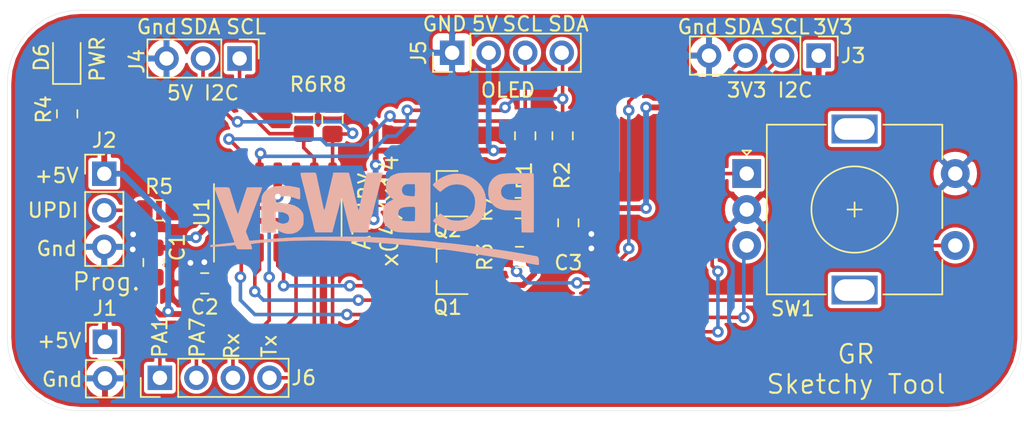
<source format=kicad_pcb>
(kicad_pcb (version 20171130) (host pcbnew "(5.1.2-1)-1")
  (layers (0 F.Cu signal) (31 B.Cu signal) (34 B.Paste user hide) (35 F.Paste user) (36 B.SilkS user hide) (37 F.SilkS user) (38 B.Mask user hide) (39 F.Mask user hide) (44 Edge.Cuts user))
  (net 0 "")
  (net 1 GNDREF)
  (net 2 +5V)
  (net 3 /TX_Out)
  (net 4 "Net-(D6-Pad2)")
  (net 5 /PA7)
  (net 6 /RX_In)
  (net 7 /SDA)
  (net 8 /SCL)
  (net 9 /UPDI)
  (net 10 "Net-(J2-Pad2)")
  (net 11 +3V3)
  (net 12 /SCL_3V3)
  (net 13 /SDA_3V3)
  (net 14 /SCL_OLED)
  (net 15 /SDA_OLED)
  (net 16 /PA1)
  (net 17 /ENC_SW)
  (net 18 /ENC_B)
  (net 19 /ENC_A)
  (module "_Custom_Footprints:pcb way logo" (layer B.Cu) (at 113.538 83.693 180)
    (fp_text reference G*** hide)
    (fp_text value LOGO hide)
  )
  (module Capacitor_SMD:C_0805_2012Metric_Pad1.15x1.40mm_HandSolder (layer F.Cu) (at 101.727 87.503 180)
    (fp_text reference C2 (at 0 -1.65) (layer F.SilkS))
    (fp_text value 100nF)
    (pad 2 smd roundrect (at 1.025 0 180) (size 1.15 1.4) (layers F.Cu F.Paste F.Mask) (roundrect_rratio 0.217391) (net 1 GNDREF))
    (pad 1 smd roundrect (at -1.025 0 180) (size 1.15 1.4) (layers F.Cu F.Paste F.Mask) (roundrect_rratio 0.217391) (net 2 +5V))
  )
  (module LED_SMD:LED_0805_2012Metric_Pad1.15x1.40mm_HandSolder (layer F.Cu) (at 92.1385 71.7804 90)
    (fp_text reference D6 (at -0.0127 -1.7653 90) (layer F.SilkS))
    (fp_text value Power)
    (pad 1 smd roundrect (at -1.025 0 90) (size 1.15 1.4) (layers F.Cu F.Paste F.Mask) (roundrect_rratio 0.217391) (net 1 GNDREF))
    (pad 2 smd roundrect (at 1.025 0 90) (size 1.15 1.4) (layers F.Cu F.Paste F.Mask) (roundrect_rratio 0.217391) (net 4 "Net-(D6-Pad2)"))
  )
  (module Connector_PinHeader_2.54mm:PinHeader_1x03_P2.54mm_Vertical (layer F.Cu) (at 94.742 79.883)
    (fp_text reference J2 (at 0 -2.33) (layer F.SilkS))
    (fp_text value Conn_01x03)
    (pad 1 thru_hole rect (at 0 0) (size 1.7 1.7) (drill 1) (layers *.Cu *.Mask) (net 2 +5V))
    (pad 2 thru_hole oval (at 0 2.54) (size 1.7 1.7) (drill 1) (layers *.Cu *.Mask) (net 10 "Net-(J2-Pad2)"))
    (pad 3 thru_hole oval (at 0 5.08) (size 1.7 1.7) (drill 1) (layers *.Cu *.Mask) (net 1 GNDREF))
  )
  (module Resistor_SMD:R_0805_2012Metric_Pad1.15x1.40mm_HandSolder (layer F.Cu) (at 98.552 82.423)
    (fp_text reference R5 (at 0 -1.65) (layer F.SilkS))
    (fp_text value 1K)
    (pad 1 smd roundrect (at -1.025 0) (size 1.15 1.4) (layers F.Cu F.Paste F.Mask) (roundrect_rratio 0.217391) (net 10 "Net-(J2-Pad2)"))
    (pad 2 smd roundrect (at 1.025 0) (size 1.15 1.4) (layers F.Cu F.Paste F.Mask) (roundrect_rratio 0.217391) (net 9 /UPDI))
  )
  (module Resistor_SMD:R_0805_2012Metric_Pad1.15x1.40mm_HandSolder (layer F.Cu) (at 92.1639 75.7174 90)
    (fp_text reference R4 (at 0.3048 -1.6383 90) (layer F.SilkS))
    (fp_text value 1K)
    (pad 2 smd roundrect (at 1.025 0 90) (size 1.15 1.4) (layers F.Cu F.Paste F.Mask) (roundrect_rratio 0.217391) (net 4 "Net-(D6-Pad2)"))
    (pad 1 smd roundrect (at -1.025 0 90) (size 1.15 1.4) (layers F.Cu F.Paste F.Mask) (roundrect_rratio 0.217391) (net 2 +5V))
  )
  (module Package_SO:SOIC-14_3.9x8.7mm_P1.27mm (layer F.Cu) (at 106.807 82.55 90)
    (fp_text reference U1 (at 0 -5.28 90) (layer F.SilkS))
    (fp_text value "ATtiny x04/x14")
    (pad 1 smd roundrect (at -2.475 -3.81 90) (size 1.95 0.6) (layers F.Cu F.Paste F.Mask) (net 2 +5V))
    (pad 2 smd roundrect (at -2.475 -2.54 90) (size 1.95 0.6) (layers F.Cu F.Paste F.Mask) (net 19 /ENC_A))
    (pad 3 smd roundrect (at -2.475 -1.27 90) (size 1.95 0.6) (layers F.Cu F.Paste F.Mask) (net 18 /ENC_B))
    (pad 4 smd roundrect (at -2.475 0 90) (size 1.95 0.6) (layers F.Cu F.Paste F.Mask) (net 17 /ENC_SW))
    (pad 5 smd roundrect (at -2.475 1.27 90) (size 1.95 0.6) (layers F.Cu F.Paste F.Mask) (net 5 /PA7))
    (pad 6 smd roundrect (at -2.475 2.54 90) (size 1.95 0.6) (layers F.Cu F.Paste F.Mask) (net 6 /RX_In))
    (pad 7 smd roundrect (at -2.475 3.81 90) (size 1.95 0.6) (layers F.Cu F.Paste F.Mask) (net 3 /TX_Out))
    (pad 8 smd roundrect (at 2.475 3.81 90) (size 1.95 0.6) (layers F.Cu F.Paste F.Mask) (net 7 /SDA))
    (pad 9 smd roundrect (at 2.475 2.54 90) (size 1.95 0.6) (layers F.Cu F.Paste F.Mask) (net 8 /SCL))
    (pad 10 smd roundrect (at 2.475 1.27 90) (size 1.95 0.6) (layers F.Cu F.Paste F.Mask) (net 9 /UPDI))
    (pad 11 smd roundrect (at 2.475 0 90) (size 1.95 0.6) (layers F.Cu F.Paste F.Mask) (net 16 /PA1))
    (pad 12 smd roundrect (at 2.475 -1.27 90) (size 1.95 0.6) (layers F.Cu F.Paste F.Mask) (net 15 /SDA_OLED))
    (pad 13 smd roundrect (at 2.475 -2.54 90) (size 1.95 0.6) (layers F.Cu F.Paste F.Mask) (net 14 /SCL_OLED))
    (pad 14 smd roundrect (at 2.475 -3.81 90) (size 1.95 0.6) (layers F.Cu F.Paste F.Mask) (net 1 GNDREF))
  )
  (module Capacitor_SMD:C_0805_2012Metric_Pad1.15x1.40mm_HandSolder (layer F.Cu) (at 98.171 86.0552 90)
    (fp_text reference C1 (at 1.0668 1.651 270) (layer F.SilkS))
    (fp_text value 1uF)
    (pad 1 smd roundrect (at -1.025 0 90) (size 1.15 1.4) (layers F.Cu F.Paste F.Mask) (roundrect_rratio 0.217391) (net 2 +5V))
    (pad 2 smd roundrect (at 1.025 0 90) (size 1.15 1.4) (layers F.Cu F.Paste F.Mask) (roundrect_rratio 0.217391) (net 1 GNDREF))
  )
  (module Connector_PinHeader_2.54mm:PinHeader_1x02_P2.54mm_Vertical (layer F.Cu) (at 94.7928 91.567)
    (fp_text reference J1 (at 0 -2.33) (layer F.SilkS))
    (fp_text value Conn_01x02)
    (pad 1 thru_hole rect (at 0 0) (size 1.7 1.7) (drill 1) (layers *.Cu *.Mask) (net 2 +5V))
    (pad 2 thru_hole oval (at 0 2.54) (size 1.7 1.7) (drill 1) (layers *.Cu *.Mask) (net 1 GNDREF))
  )
  (module Connector_PinHeader_2.54mm:PinHeader_1x04_P2.54mm_Vertical (layer F.Cu) (at 118.931 71.471 90)
    (fp_text reference J5 (at 0 -2.33 90) (layer F.SilkS))
    (fp_text value Conn_01x04)
    (pad 1 thru_hole rect (at 0 0 90) (size 1.7 1.7) (drill 1) (layers *.Cu *.Mask) (net 1 GNDREF))
    (pad 2 thru_hole oval (at 0 2.54 90) (size 1.7 1.7) (drill 1) (layers *.Cu *.Mask) (net 2 +5V))
    (pad 3 thru_hole oval (at 0 5.08 90) (size 1.7 1.7) (drill 1) (layers *.Cu *.Mask) (net 14 /SCL_OLED))
    (pad 4 thru_hole oval (at 0 7.62 90) (size 1.7 1.7) (drill 1) (layers *.Cu *.Mask) (net 15 /SDA_OLED))
  )
  (module Resistor_SMD:R_0805_2012Metric_Pad1.15x1.40mm_HandSolder (layer F.Cu) (at 124.011 77.246 90)
    (fp_text reference R1 (at -2.7686 -0.0508 90) (layer F.SilkS))
    (fp_text value 10K)
    (pad 1 smd roundrect (at -1.025 0 90) (size 1.15 1.4) (layers F.Cu F.Paste F.Mask) (roundrect_rratio 0.217391) (net 2 +5V))
    (pad 2 smd roundrect (at 1.025 0 90) (size 1.15 1.4) (layers F.Cu F.Paste F.Mask) (roundrect_rratio 0.217391) (net 14 /SCL_OLED))
  )
  (module Resistor_SMD:R_0805_2012Metric_Pad1.15x1.40mm_HandSolder (layer F.Cu) (at 126.611 77.246 90)
    (fp_text reference R2 (at -2.7432 -0.0254 90) (layer F.SilkS))
    (fp_text value 10K)
    (pad 2 smd roundrect (at 1.025 0 90) (size 1.15 1.4) (layers F.Cu F.Paste F.Mask) (roundrect_rratio 0.217391) (net 15 /SDA_OLED))
    (pad 1 smd roundrect (at -1.025 0 90) (size 1.15 1.4) (layers F.Cu F.Paste F.Mask) (roundrect_rratio 0.217391) (net 2 +5V))
  )
  (module Capacitor_SMD:C_0805_2012Metric_Pad1.15x1.40mm_HandSolder (layer F.Cu) (at 127.011 83.296 270)
    (fp_text reference C3 (at 2.775 0 180) (layer F.SilkS))
    (fp_text value 100nF)
    (pad 1 smd roundrect (at -1.025 0 270) (size 1.15 1.4) (layers F.Cu F.Paste F.Mask) (roundrect_rratio 0.217391) (net 11 +3V3))
    (pad 2 smd roundrect (at 1.025 0 270) (size 1.15 1.4) (layers F.Cu F.Paste F.Mask) (roundrect_rratio 0.217391) (net 1 GNDREF))
  )
  (module Connector_PinHeader_2.54mm:PinHeader_1x04_P2.54mm_Vertical (layer F.Cu) (at 144.411 71.671 270)
    (fp_text reference J3 (at 0 -2.4 180) (layer F.SilkS))
    (fp_text value Conn_01x04)
    (pad 1 thru_hole rect (at 0 0 270) (size 1.7 1.7) (drill 1) (layers *.Cu *.Mask) (net 11 +3V3))
    (pad 2 thru_hole oval (at 0 2.54 270) (size 1.7 1.7) (drill 1) (layers *.Cu *.Mask) (net 12 /SCL_3V3))
    (pad 3 thru_hole oval (at 0 5.08 270) (size 1.7 1.7) (drill 1) (layers *.Cu *.Mask) (net 13 /SDA_3V3))
    (pad 4 thru_hole oval (at 0 7.62 270) (size 1.7 1.7) (drill 1) (layers *.Cu *.Mask) (net 1 GNDREF))
  )
  (module Connector_PinHeader_2.54mm:PinHeader_1x04_P2.54mm_Vertical (layer F.Cu) (at 98.611 94.071 90)
    (fp_text reference J6 (at 0 10 180) (layer F.SilkS))
    (fp_text value Conn_01x04)
    (pad 1 thru_hole rect (at 0 0 90) (size 1.7 1.7) (drill 1) (layers *.Cu *.Mask) (net 16 /PA1))
    (pad 2 thru_hole oval (at 0 2.54 90) (size 1.7 1.7) (drill 1) (layers *.Cu *.Mask) (net 5 /PA7))
    (pad 3 thru_hole oval (at 0 5.08 90) (size 1.7 1.7) (drill 1) (layers *.Cu *.Mask) (net 6 /RX_In))
    (pad 4 thru_hole oval (at 0 7.62 90) (size 1.7 1.7) (drill 1) (layers *.Cu *.Mask) (net 3 /TX_Out))
  )
  (module Package_TO_SOT_SMD:SOT-23 (layer F.Cu) (at 118.611 86.671 180)
    (fp_text reference Q1 (at 0 -2.5) (layer F.SilkS))
    (fp_text value BSS138)
    (pad 1 smd rect (at -1 -0.95 180) (size 0.9 0.8) (layers F.Cu F.Paste F.Mask) (net 11 +3V3))
    (pad 2 smd rect (at -1 0.95 180) (size 0.9 0.8) (layers F.Cu F.Paste F.Mask) (net 12 /SCL_3V3))
    (pad 3 smd rect (at 1 0 180) (size 0.9 0.8) (layers F.Cu F.Paste F.Mask) (net 8 /SCL))
  )
  (module Package_TO_SOT_SMD:SOT-23 (layer F.Cu) (at 118.611 81.271 180)
    (fp_text reference Q2 (at 0 -2.5) (layer F.SilkS))
    (fp_text value BSS138)
    (pad 3 smd rect (at 1 0 180) (size 0.9 0.8) (layers F.Cu F.Paste F.Mask) (net 7 /SDA))
    (pad 2 smd rect (at -1 0.95 180) (size 0.9 0.8) (layers F.Cu F.Paste F.Mask) (net 13 /SDA_3V3))
    (pad 1 smd rect (at -1 -0.95 180) (size 0.9 0.8) (layers F.Cu F.Paste F.Mask) (net 11 +3V3))
  )
  (module Resistor_SMD:R_0805_2012Metric_Pad1.15x1.40mm_HandSolder (layer F.Cu) (at 123.611 85.671)
    (fp_text reference R3 (at -2.4 0 90) (layer F.SilkS))
    (fp_text value 10K)
    (pad 1 smd roundrect (at -1.025 0) (size 1.15 1.4) (layers F.Cu F.Paste F.Mask) (roundrect_rratio 0.217391) (net 12 /SCL_3V3))
    (pad 2 smd roundrect (at 1.025 0) (size 1.15 1.4) (layers F.Cu F.Paste F.Mask) (roundrect_rratio 0.217391) (net 11 +3V3))
  )
  (module Resistor_SMD:R_0805_2012Metric_Pad1.15x1.40mm_HandSolder (layer F.Cu) (at 108.611 76.071 90)
    (fp_text reference R6 (at 2.4 0 180) (layer F.SilkS))
    (fp_text value 10K)
    (pad 2 smd roundrect (at 1.025 0 90) (size 1.15 1.4) (layers F.Cu F.Paste F.Mask) (roundrect_rratio 0.217391) (net 2 +5V))
    (pad 1 smd roundrect (at -1.025 0 90) (size 1.15 1.4) (layers F.Cu F.Paste F.Mask) (roundrect_rratio 0.217391) (net 8 /SCL))
  )
  (module Resistor_SMD:R_0805_2012Metric_Pad1.15x1.40mm_HandSolder (layer F.Cu) (at 123.586 82.271)
    (fp_text reference R7 (at -2.375 0 90) (layer F.SilkS))
    (fp_text value 10K)
    (pad 1 smd roundrect (at -1.025 0) (size 1.15 1.4) (layers F.Cu F.Paste F.Mask) (roundrect_rratio 0.217391) (net 13 /SDA_3V3))
    (pad 2 smd roundrect (at 1.025 0) (size 1.15 1.4) (layers F.Cu F.Paste F.Mask) (roundrect_rratio 0.217391) (net 11 +3V3))
  )
  (module Resistor_SMD:R_0805_2012Metric_Pad1.15x1.40mm_HandSolder (layer F.Cu) (at 110.611 76.096 90)
    (fp_text reference R8 (at 2.425 0 180) (layer F.SilkS))
    (fp_text value 10K)
    (pad 2 smd roundrect (at 1.025 0 90) (size 1.15 1.4) (layers F.Cu F.Paste F.Mask) (roundrect_rratio 0.217391) (net 2 +5V))
    (pad 1 smd roundrect (at -1.025 0 90) (size 1.15 1.4) (layers F.Cu F.Paste F.Mask) (roundrect_rratio 0.217391) (net 7 /SDA))
  )
  (module Rotary_Encoder:RotaryEncoder_Alps_EC11E-Switch_Vertical_H20mm (layer F.Cu) (at 139.411 79.871)
    (fp_text reference SW1 (at 3.2 9.4) (layer F.SilkS))
    (fp_text value Rotary_Encoder_Switch)
    (pad S1 thru_hole circle (at 14.5 5) (size 2 2) (drill 1) (layers *.Cu *.Mask) (net 17 /ENC_SW))
    (pad S2 thru_hole circle (at 14.5 0) (size 2 2) (drill 1) (layers *.Cu *.Mask) (net 1 GNDREF))
    (pad MP thru_hole rect (at 7.5 8.1) (size 3.2 2) (drill oval 2.8 1.5) (layers *.Cu *.Mask))
    (pad MP thru_hole rect (at 7.5 -3.1) (size 3.2 2) (drill oval 2.8 1.5) (layers *.Cu *.Mask))
    (pad B thru_hole circle (at 0 5) (size 2 2) (drill 1) (layers *.Cu *.Mask) (net 18 /ENC_B))
    (pad C thru_hole circle (at 0 2.5) (size 2 2) (drill 1) (layers *.Cu *.Mask) (net 1 GNDREF))
    (pad A thru_hole rect (at 0 0) (size 2 2) (drill 1) (layers *.Cu *.Mask) (net 19 /ENC_A))
  )
  (module Connector_PinHeader_2.54mm:PinHeader_1x03_P2.54mm_Vertical (layer F.Cu) (at 104.151 71.871 270)
    (fp_text reference J4 (at 0.2 7.14 270) (layer F.SilkS))
    (fp_text value Conn_01x03)
    (pad 1 thru_hole rect (at 0 0 270) (size 1.7 1.7) (drill 1) (layers *.Cu *.Mask) (net 8 /SCL))
    (pad 2 thru_hole oval (at 0 2.54 270) (size 1.7 1.7) (drill 1) (layers *.Cu *.Mask) (net 7 /SDA))
    (pad 3 thru_hole oval (at 0 5.08 270) (size 1.7 1.7) (drill 1) (layers *.Cu *.Mask) (net 1 GNDREF))
  )
  (gr_text "3V3 I2C" (at 141.011 74.071) (layer F.SilkS) (effects (font (size 1 1))))
  (gr_text "5V I2C" (at 101.611 74.271) (layer F.SilkS) (effects (font (size 1 1))))
  (gr_text Gnd (at 136.011 69.671) (layer F.SilkS) (effects (font (size 1 1))))
  (gr_text SDA (at 139.211 69.671) (layer F.SilkS) (effects (font (size 1 1))))
  (gr_text SCL (at 142.411 69.671) (layer F.SilkS) (effects (font (size 1 1))))
  (gr_text GND (at 118.411 69.471) (layer F.SilkS) (effects (font (size 1 1))))
  (gr_text 5V (at 121.211 69.471) (layer F.SilkS) (effects (font (size 1 1))))
  (gr_text SCL (at 123.811 69.471) (layer F.SilkS) (effects (font (size 1 1))))
  (gr_text SDA (at 127.011 69.471) (layer F.SilkS) (effects (font (size 1 1))))
  (gr_text Gnd (at 91.821 94.1832) (layer F.SilkS) (effects (font (size 1 1))))
  (gr_text +5V (at 91.6178 91.4908) (layer F.SilkS) (effects (font (size 1 1))))
  (gr_text Prog. (at 94.8817 87.3887) (layer F.SilkS) (effects (font (size 1.2 1.2))))
  (gr_text " ATTiny \nx04/x14" (at 113.611 82.471 90) (layer F.SilkS) (effects (font (size 1.2 1.2))))
  (gr_text "PWR\n" (at 94.2594 71.9074 90) (layer F.SilkS) (effects (font (size 1 1))))
  (gr_text OLED (at 122.811 74.071) (layer F.SilkS) (effects (font (size 1 1))))
  (gr_text SDA (at 101.411 69.671) (layer F.SilkS) (effects (font (size 1 1))))
  (gr_text SCL (at 104.611 69.671) (layer F.SilkS) (effects (font (size 1 1))))
  (gr_text Tx (at 106.211 91.871 90) (layer F.SilkS) (effects (font (size 1 1))))
  (gr_text Rx (at 103.611 91.871 90) (layer F.SilkS) (effects (font (size 1 1))))
  (gr_text PA7 (at 101.211 91.271 90) (layer F.SilkS) (effects (font (size 1 1))))
  (gr_text PA1 (at 98.611 91.271 90) (layer F.SilkS) (effects (font (size 1 1))))
  (gr_text UPDI (at 91.186 82.423) (layer F.SilkS) (effects (font (size 1 1))))
  (gr_text +5V (at 91.44 80.01) (layer F.SilkS) (effects (font (size 1 1))))
  (gr_text Gnd (at 91.44 85.09) (layer F.SilkS) (effects (font (size 1 1))))
  (gr_text "\n3V3" (at 145.411 68.871) (layer F.SilkS) (effects (font (size 1 1))))
  (gr_text Gnd (at 98.411 69.671) (layer F.SilkS) (effects (font (size 1 1))))
  (gr_arc (start 93.091 91.284) (end 88.011 91.284) (angle -90) (layer Edge.Cuts) (width 0.0254))
  (gr_text "GR\nSketchy Tool" (at 147.011 93.471) (layer F.SilkS) (effects (font (size 1.3 1.3))))
  (gr_arc (start 153.42 91.284) (end 153.42 96.364) (angle -90) (layer Edge.Cuts) (width 0.0254))
  (gr_arc (start 153.42 73.5838) (end 158.5 73.5838) (angle -90) (layer Edge.Cuts) (width 0.0254))
  (gr_arc (start 93.091 73.5838) (end 93.091 68.5038) (angle -90) (layer Edge.Cuts) (width 0.0254))
  (gr_line (start 88.011 91.284) (end 88.011 73.5838) (layer Edge.Cuts) (width 0.0254))
  (gr_line (start 153.42 96.364) (end 93.091 96.364) (layer Edge.Cuts) (width 0.0254))
  (gr_line (start 158.5 73.5838) (end 158.5 91.284) (layer Edge.Cuts) (width 0.0254))
  (gr_line (start 93.091 68.5038) (end 153.42 68.5038) (layer Edge.Cuts) (width 0.0254))
  (via (at 96.7486 84.0994) (size 0.8) (drill 0.4) (layers F.Cu B.Cu) (net 1))
  (via (at 96.7232 85.1408) (size 0.8) (drill 0.4) (layers F.Cu B.Cu) (net 1))
  (via (at 100.7364 86.0806) (size 0.8) (drill 0.4) (layers F.Cu B.Cu) (net 1))
  (via (at 101.7016 86.0298) (size 0.8) (drill 0.4) (layers F.Cu B.Cu) (net 1))
  (via (at 128.611 84.071) (size 0.8) (drill 0.4) (layers F.Cu B.Cu) (net 1))
  (via (at 128.611 85.071) (size 0.8) (drill 0.4) (layers F.Cu B.Cu) (net 1))
  (segment (start 102.997 87.258) (end 102.752 87.503) (width 0.4064) (layer F.Cu) (net 2))
  (segment (start 102.997 85.025) (end 102.997 87.258) (width 0.4064) (layer F.Cu) (net 2))
  (segment (start 95.9984 79.883) (end 94.742 79.883) (width 0.4064) (layer B.Cu) (net 2))
  (segment (start 99.187 83.0716) (end 95.9984 79.883) (width 0.4064) (layer B.Cu) (net 2))
  (segment (start 94.7928 88.3666) (end 94.7928 91.567) (width 0.4064) (layer F.Cu) (net 2))
  (segment (start 96.0792 87.0802) (end 94.7928 88.3666) (width 0.4064) (layer F.Cu) (net 2))
  (segment (start 98.171 87.0802) (end 96.0792 87.0802) (width 0.4064) (layer F.Cu) (net 2))
  (segment (start 92.1639 76.7424) (end 94.00255 76.7424) (width 0.4064) (layer F.Cu) (net 2))
  (segment (start 94.742 77.48185) (end 94.742 79.883) (width 0.4064) (layer F.Cu) (net 2))
  (segment (start 94.00255 76.7424) (end 94.742 77.48185) (width 0.4064) (layer F.Cu) (net 2))
  (via (at 101.1174 84.3026) (size 0.8) (drill 0.4) (layers F.Cu B.Cu) (net 2))
  (segment (start 101.0666 84.3534) (end 99.187 84.3534) (width 0.4064) (layer B.Cu) (net 2))
  (segment (start 101.1174 84.3026) (end 101.0666 84.3534) (width 0.4064) (layer B.Cu) (net 2))
  (segment (start 99.187 84.3534) (end 99.187 83.0716) (width 0.4064) (layer B.Cu) (net 2))
  (segment (start 102.2604 83.1596) (end 101.1174 84.3026) (width 0.4064) (layer F.Cu) (net 2))
  (segment (start 113.3856 83.1596) (end 102.2604 83.1596) (width 0.4064) (layer F.Cu) (net 2))
  (segment (start 113.4872 83.058) (end 113.3856 83.1596) (width 0.4064) (layer F.Cu) (net 2))
  (via (at 113.4872 83.058) (size 0.8) (drill 0.4) (layers F.Cu B.Cu) (net 2))
  (segment (start 99.187 89.447) (end 99.187 84.3534) (width 0.4064) (layer B.Cu) (net 2))
  (segment (start 99.211 89.471) (end 99.187 89.447) (width 0.4064) (layer B.Cu) (net 2))
  (via (at 99.187 89.447) (size 0.8) (drill 0.4) (layers F.Cu B.Cu) (net 2))
  (segment (start 99.3766 89.6366) (end 99.187 89.447) (width 0.4064) (layer F.Cu) (net 2))
  (segment (start 101.5746 89.6366) (end 99.3766 89.6366) (width 0.4064) (layer F.Cu) (net 2))
  (segment (start 102.6668 87.5882) (end 102.6668 88.5444) (width 0.4064) (layer F.Cu) (net 2))
  (segment (start 102.6668 88.5444) (end 101.5746 89.6366) (width 0.4064) (layer F.Cu) (net 2))
  (segment (start 102.752 87.503) (end 102.6668 87.5882) (width 0.4064) (layer F.Cu) (net 2))
  (segment (start 98.963 89.671) (end 99.187 89.447) (width 0.4064) (layer F.Cu) (net 2))
  (segment (start 98.611 89.671) (end 98.963 89.671) (width 0.4064) (layer F.Cu) (net 2))
  (segment (start 98.171 89.231) (end 98.611 89.671) (width 0.4064) (layer F.Cu) (net 2))
  (segment (start 98.171 87.0802) (end 98.171 89.231) (width 0.4064) (layer F.Cu) (net 2))
  (segment (start 126.611 78.271) (end 124.011 78.271) (width 0.4064) (layer F.Cu) (net 2))
  (segment (start 121.471 71.471) (end 121.471 77.931) (width 0.4064) (layer B.Cu) (net 2))
  (via (at 121.811 78.271) (size 0.8) (drill 0.4) (layers F.Cu B.Cu) (net 2))
  (segment (start 121.471 77.931) (end 121.811 78.271) (width 0.4064) (layer B.Cu) (net 2))
  (segment (start 121.811 78.271) (end 124.011 78.271) (width 0.4064) (layer F.Cu) (net 2))
  (segment (start 110.586 75.046) (end 110.611 75.071) (width 0.4064) (layer F.Cu) (net 2))
  (segment (start 108.611 75.046) (end 110.586 75.046) (width 0.4064) (layer F.Cu) (net 2))
  (segment (start 112.211 75.071) (end 110.611 75.071) (width 0.4064) (layer F.Cu) (net 2))
  (segment (start 113.611 76.471) (end 112.211 75.071) (width 0.4064) (layer F.Cu) (net 2))
  (segment (start 113.611 79.271) (end 113.611 76.471) (width 0.4064) (layer F.Cu) (net 2))
  (segment (start 113.611 82.9342) (end 113.4872 83.058) (width 0.4064) (layer B.Cu) (net 2))
  (segment (start 113.611 79.271) (end 113.611 82.9342) (width 0.4064) (layer B.Cu) (net 2))
  (via (at 113.611 79.271) (size 0.8) (drill 0.4) (layers F.Cu B.Cu) (net 2))
  (segment (start 113.611 78.271) (end 121.811 78.271) (width 0.4064) (layer F.Cu) (net 2))
  (segment (start 113.611 79.271) (end 113.611 78.271) (width 0.4064) (layer F.Cu) (net 2))
  (segment (start 106.231 94.071) (end 109.411 94.071) (width 0.25) (layer F.Cu) (net 3))
  (segment (start 110.617 92.865) (end 110.617 85.025) (width 0.25) (layer F.Cu) (net 3))
  (segment (start 109.411 94.071) (end 110.617 92.865) (width 0.25) (layer F.Cu) (net 3))
  (segment (start 92.761872 71.378772) (end 92.1385 70.7554) (width 0.254) (layer F.Cu) (net 4))
  (segment (start 93.345 74.3966) (end 93.345 71.9619) (width 0.254) (layer F.Cu) (net 4))
  (segment (start 93.345 71.9619) (end 92.761872 71.378772) (width 0.254) (layer F.Cu) (net 4))
  (segment (start 93.0492 74.6924) (end 93.345 74.3966) (width 0.254) (layer F.Cu) (net 4))
  (segment (start 92.1639 74.6924) (end 93.0492 74.6924) (width 0.254) (layer F.Cu) (net 4))
  (segment (start 101.151 94.071) (end 101.151 92.531) (width 0.25) (layer F.Cu) (net 5))
  (segment (start 101.151 92.531) (end 102.411 91.271) (width 0.25) (layer F.Cu) (net 5))
  (segment (start 102.411 91.271) (end 106.611 91.271) (width 0.25) (layer F.Cu) (net 5))
  (segment (start 108.077 89.805) (end 108.077 85.025) (width 0.25) (layer F.Cu) (net 5))
  (segment (start 106.611 91.271) (end 108.077 89.805) (width 0.25) (layer F.Cu) (net 5))
  (segment (start 109.347 85.025) (end 109.3724 85.0504) (width 0.254) (layer F.Cu) (net 6))
  (segment (start 103.691 94.071) (end 103.691 92.591) (width 0.25) (layer F.Cu) (net 6))
  (segment (start 103.691 92.591) (end 104.411 91.871) (width 0.25) (layer F.Cu) (net 6))
  (segment (start 104.411 91.871) (end 108.011 91.871) (width 0.25) (layer F.Cu) (net 6))
  (segment (start 109.347 90.535) (end 109.347 85.025) (width 0.25) (layer F.Cu) (net 6))
  (segment (start 108.011 91.871) (end 109.347 90.535) (width 0.25) (layer F.Cu) (net 6))
  (segment (start 110.617 77.127) (end 110.611 77.121) (width 0.25) (layer F.Cu) (net 7))
  (segment (start 110.617 80.075) (end 110.617 77.127) (width 0.25) (layer F.Cu) (net 7))
  (via (at 112.011 77.071) (size 0.8) (drill 0.4) (layers F.Cu B.Cu) (net 7))
  (segment (start 111.961 77.121) (end 112.011 77.071) (width 0.25) (layer F.Cu) (net 7))
  (segment (start 110.611 77.121) (end 111.961 77.121) (width 0.25) (layer F.Cu) (net 7))
  (segment (start 112.011 77.071) (end 111.211 76.271) (width 0.25) (layer B.Cu) (net 7))
  (via (at 104.011 76.271) (size 0.8) (drill 0.4) (layers F.Cu B.Cu) (net 7))
  (segment (start 111.211 76.271) (end 104.011 76.271) (width 0.25) (layer B.Cu) (net 7))
  (segment (start 104.011 76.271) (end 103.811 76.271) (width 0.25) (layer F.Cu) (net 7))
  (segment (start 101.611 74.071) (end 101.611 71.871) (width 0.25) (layer F.Cu) (net 7))
  (segment (start 103.811 76.271) (end 101.611 74.071) (width 0.25) (layer F.Cu) (net 7))
  (segment (start 117.215 80.075) (end 110.617 80.075) (width 0.25) (layer F.Cu) (net 7))
  (segment (start 117.611 80.471) (end 117.215 80.075) (width 0.25) (layer F.Cu) (net 7))
  (segment (start 117.611 81.271) (end 117.611 80.471) (width 0.25) (layer F.Cu) (net 7))
  (segment (start 109.347 80.075) (end 109.3978 80.0242) (width 0.254) (layer F.Cu) (net 8))
  (segment (start 109.347 80.075) (end 109.347 78.807) (width 0.25) (layer F.Cu) (net 8))
  (segment (start 108.611 78.071) (end 108.611 77.096) (width 0.25) (layer F.Cu) (net 8))
  (segment (start 109.347 78.807) (end 108.611 78.071) (width 0.25) (layer F.Cu) (net 8))
  (segment (start 108.611 77.096) (end 106.236 77.096) (width 0.25) (layer F.Cu) (net 8))
  (segment (start 104.151 75.011) (end 104.151 71.871) (width 0.25) (layer F.Cu) (net 8))
  (segment (start 106.236 77.096) (end 104.151 75.011) (width 0.25) (layer F.Cu) (net 8))
  (segment (start 117.611 86.671) (end 117.611 83.671) (width 0.25) (layer F.Cu) (net 8))
  (segment (start 117.611 83.671) (end 116.011 82.071) (width 0.25) (layer F.Cu) (net 8))
  (segment (start 116.011 82.071) (end 109.611 82.071) (width 0.25) (layer F.Cu) (net 8))
  (segment (start 109.347 81.807) (end 109.347 80.075) (width 0.25) (layer F.Cu) (net 8))
  (segment (start 109.611 82.071) (end 109.347 81.807) (width 0.25) (layer F.Cu) (net 8))
  (segment (start 99.7294 82.2706) (end 99.577 82.423) (width 0.254) (layer F.Cu) (net 9))
  (segment (start 107.3912 82.2706) (end 99.7294 82.2706) (width 0.254) (layer F.Cu) (net 9))
  (segment (start 108.077 81.5848) (end 107.3912 82.2706) (width 0.254) (layer F.Cu) (net 9))
  (segment (start 108.077 80.075) (end 108.077 81.5848) (width 0.254) (layer F.Cu) (net 9))
  (segment (start 94.742 82.423) (end 97.527 82.423) (width 0.254) (layer F.Cu) (net 10))
  (segment (start 127.011 82.271) (end 124.611 82.271) (width 0.4064) (layer F.Cu) (net 11))
  (segment (start 124.636 82.296) (end 124.611 82.271) (width 0.4064) (layer F.Cu) (net 11))
  (segment (start 119.611 87.621) (end 123.861 87.621) (width 0.4064) (layer F.Cu) (net 11))
  (segment (start 124.636 86.846) (end 124.636 85.671) (width 0.4064) (layer F.Cu) (net 11))
  (segment (start 123.861 87.621) (end 124.636 86.846) (width 0.4064) (layer F.Cu) (net 11))
  (segment (start 119.611 82.221) (end 119.611 83.071) (width 0.4064) (layer F.Cu) (net 11))
  (segment (start 120.636 84.096) (end 124.636 84.096) (width 0.4064) (layer F.Cu) (net 11))
  (segment (start 119.611 83.071) (end 120.636 84.096) (width 0.4064) (layer F.Cu) (net 11))
  (segment (start 124.636 84.096) (end 124.636 82.296) (width 0.4064) (layer F.Cu) (net 11))
  (segment (start 124.636 85.671) (end 124.636 84.096) (width 0.4064) (layer F.Cu) (net 11))
  (segment (start 127.011 82.271) (end 132.411 82.271) (width 0.4064) (layer F.Cu) (net 11))
  (via (at 132.411 82.271) (size 0.8) (drill 0.4) (layers F.Cu B.Cu) (net 11))
  (segment (start 132.411 82.271) (end 132.411 75.271) (width 0.4064) (layer B.Cu) (net 11))
  (via (at 132.411 75.271) (size 0.8) (drill 0.4) (layers F.Cu B.Cu) (net 11))
  (segment (start 132.411 75.271) (end 142.411 75.271) (width 0.4064) (layer F.Cu) (net 11))
  (segment (start 144.411 73.271) (end 144.411 71.671) (width 0.4064) (layer F.Cu) (net 11))
  (segment (start 142.411 75.271) (end 144.411 73.271) (width 0.4064) (layer F.Cu) (net 11))
  (segment (start 132.211 73.871) (end 131.211 74.871) (width 0.25) (layer F.Cu) (net 12))
  (via (at 131.211 75.471) (size 0.8) (drill 0.4) (layers F.Cu B.Cu) (net 12))
  (segment (start 131.211 74.871) (end 131.211 75.471) (width 0.25) (layer F.Cu) (net 12))
  (segment (start 119.661 85.671) (end 119.611 85.721) (width 0.25) (layer F.Cu) (net 12))
  (segment (start 122.586 85.671) (end 119.661 85.671) (width 0.25) (layer F.Cu) (net 12))
  (via (at 123.411 86.671) (size 0.8) (drill 0.4) (layers F.Cu B.Cu) (net 12))
  (segment (start 122.586 85.846) (end 123.411 86.671) (width 0.25) (layer F.Cu) (net 12))
  (segment (start 122.586 85.671) (end 122.586 85.846) (width 0.25) (layer F.Cu) (net 12))
  (segment (start 124.211 87.471) (end 123.411 86.671) (width 0.25) (layer B.Cu) (net 12))
  (segment (start 127.611 87.471) (end 124.211 87.471) (width 0.25) (layer B.Cu) (net 12))
  (via (at 127.611 87.471) (size 0.8) (drill 0.4) (layers F.Cu B.Cu) (net 12))
  (segment (start 129.011 87.471) (end 127.611 87.471) (width 0.25) (layer F.Cu) (net 12))
  (segment (start 131.211 85.271) (end 129.011 87.471) (width 0.25) (layer F.Cu) (net 12))
  (segment (start 131.211 85.071) (end 131.211 85.271) (width 0.25) (layer F.Cu) (net 12))
  (segment (start 131.211 75.471) (end 131.211 85.071) (width 0.25) (layer B.Cu) (net 12))
  (via (at 131.211 85.071) (size 0.8) (drill 0.4) (layers F.Cu B.Cu) (net 12))
  (segment (start 139.671 73.871) (end 141.871 71.671) (width 0.25) (layer F.Cu) (net 12))
  (segment (start 132.211 73.871) (end 139.671 73.871) (width 0.25) (layer F.Cu) (net 12))
  (segment (start 122.561 80.321) (end 122.561 82.271) (width 0.25) (layer F.Cu) (net 13))
  (segment (start 122.611 80.271) (end 122.561 80.321) (width 0.25) (layer F.Cu) (net 13))
  (segment (start 119.661 80.271) (end 122.611 80.271) (width 0.25) (layer F.Cu) (net 13))
  (segment (start 119.611 80.321) (end 119.661 80.271) (width 0.25) (layer F.Cu) (net 13))
  (segment (start 129.611 80.271) (end 130.211 79.671) (width 0.25) (layer F.Cu) (net 13))
  (segment (start 130.211 74.471) (end 131.411 73.271) (width 0.25) (layer F.Cu) (net 13))
  (segment (start 130.211 79.671) (end 130.211 74.471) (width 0.25) (layer F.Cu) (net 13))
  (segment (start 137.731 73.271) (end 139.331 71.671) (width 0.25) (layer F.Cu) (net 13))
  (segment (start 131.411 73.271) (end 137.731 73.271) (width 0.25) (layer F.Cu) (net 13))
  (segment (start 122.611 80.271) (end 129.611 80.271) (width 0.25) (layer F.Cu) (net 13))
  (segment (start 104.267 80.075) (end 104.2924 80.0496) (width 0.254) (layer F.Cu) (net 14))
  (via (at 114.611 75.871) (size 0.8) (drill 0.4) (layers F.Cu B.Cu) (net 14))
  (segment (start 114.961 76.221) (end 124.011 76.221) (width 0.25) (layer F.Cu) (net 14))
  (segment (start 114.611 75.871) (end 114.961 76.221) (width 0.25) (layer F.Cu) (net 14))
  (segment (start 104.267 78.327) (end 104.267 80.075) (width 0.25) (layer F.Cu) (net 14))
  (segment (start 103.411 77.471) (end 104.267 78.327) (width 0.25) (layer F.Cu) (net 14))
  (via (at 103.411 77.471) (size 0.8) (drill 0.4) (layers F.Cu B.Cu) (net 14))
  (segment (start 112.611 77.871) (end 114.611 75.871) (width 0.25) (layer B.Cu) (net 14))
  (segment (start 110.211 77.871) (end 112.611 77.871) (width 0.25) (layer B.Cu) (net 14))
  (segment (start 109.811 77.471) (end 110.211 77.871) (width 0.25) (layer B.Cu) (net 14))
  (segment (start 103.411 77.471) (end 109.811 77.471) (width 0.25) (layer B.Cu) (net 14))
  (segment (start 124.011 71.471) (end 124.011 76.221) (width 0.25) (layer F.Cu) (net 14))
  (via (at 105.611 78.471) (size 0.8) (drill 0.4) (layers F.Cu B.Cu) (net 15))
  (segment (start 105.537 78.545) (end 105.611 78.471) (width 0.25) (layer F.Cu) (net 15))
  (segment (start 105.537 80.075) (end 105.537 78.545) (width 0.25) (layer F.Cu) (net 15))
  (segment (start 126.611 71.531) (end 126.551 71.471) (width 0.25) (layer F.Cu) (net 15))
  (segment (start 105.811 78.671) (end 105.611 78.471) (width 0.25) (layer B.Cu) (net 15))
  (segment (start 113.011 78.671) (end 105.811 78.671) (width 0.25) (layer B.Cu) (net 15))
  (segment (start 114.411 77.271) (end 113.011 78.671) (width 0.25) (layer B.Cu) (net 15))
  (segment (start 115.011 77.271) (end 114.411 77.271) (width 0.25) (layer B.Cu) (net 15))
  (segment (start 115.811 76.471) (end 115.011 77.271) (width 0.25) (layer B.Cu) (net 15))
  (segment (start 115.811 75.471) (end 115.811 76.471) (width 0.25) (layer B.Cu) (net 15))
  (via (at 115.811 75.471) (size 0.8) (drill 0.4) (layers F.Cu B.Cu) (net 15))
  (segment (start 115.811 75.471) (end 122.411 75.471) (width 0.25) (layer F.Cu) (net 15))
  (via (at 122.611 75.271) (size 0.8) (drill 0.4) (layers F.Cu B.Cu) (net 15))
  (segment (start 122.411 75.471) (end 122.611 75.271) (width 0.25) (layer F.Cu) (net 15))
  (segment (start 123.211 74.671) (end 126.611 74.671) (width 0.25) (layer B.Cu) (net 15))
  (segment (start 122.611 75.271) (end 123.211 74.671) (width 0.25) (layer B.Cu) (net 15))
  (segment (start 126.611 74.671) (end 126.611 71.531) (width 0.25) (layer F.Cu) (net 15))
  (via (at 126.611 74.671) (size 0.8) (drill 0.4) (layers F.Cu B.Cu) (net 15))
  (segment (start 126.611 76.221) (end 126.611 74.671) (width 0.25) (layer F.Cu) (net 15))
  (via (at 106.811 81.471) (size 0.8) (drill 0.4) (layers F.Cu B.Cu) (net 16))
  (segment (start 106.807 81.467) (end 106.811 81.471) (width 0.25) (layer F.Cu) (net 16))
  (segment (start 106.807 80.075) (end 106.807 81.467) (width 0.25) (layer F.Cu) (net 16))
  (segment (start 106.211 82.071) (end 106.811 81.471) (width 0.25) (layer B.Cu) (net 16))
  (segment (start 106.211 87.071) (end 106.211 82.071) (width 0.25) (layer B.Cu) (net 16))
  (via (at 106.211 87.071) (size 0.8) (drill 0.4) (layers F.Cu B.Cu) (net 16))
  (segment (start 99.811 90.671) (end 98.611 91.871) (width 0.25) (layer F.Cu) (net 16))
  (segment (start 105.611 90.671) (end 99.811 90.671) (width 0.25) (layer F.Cu) (net 16))
  (segment (start 98.611 91.871) (end 98.611 94.071) (width 0.25) (layer F.Cu) (net 16))
  (segment (start 106.211 90.071) (end 105.611 90.671) (width 0.25) (layer F.Cu) (net 16))
  (segment (start 106.211 87.071) (end 106.211 90.071) (width 0.25) (layer F.Cu) (net 16))
  (segment (start 106.807 85.025) (end 106.807 86.267) (width 0.25) (layer F.Cu) (net 17))
  (segment (start 106.807 86.267) (end 107.211 86.671) (width 0.25) (layer F.Cu) (net 17))
  (via (at 107.211 87.671) (size 0.8) (drill 0.4) (layers F.Cu B.Cu) (net 17))
  (segment (start 107.211 86.671) (end 107.211 87.671) (width 0.25) (layer F.Cu) (net 17))
  (segment (start 107.211 87.671) (end 111.811 87.671) (width 0.25) (layer B.Cu) (net 17))
  (via (at 111.811 87.671) (size 0.8) (drill 0.4) (layers F.Cu B.Cu) (net 17))
  (segment (start 111.811 87.671) (end 115.811 87.671) (width 0.25) (layer F.Cu) (net 17))
  (segment (start 115.811 87.671) (end 116.811 88.671) (width 0.25) (layer F.Cu) (net 17))
  (segment (start 116.811 88.671) (end 140.411 88.671) (width 0.25) (layer F.Cu) (net 17))
  (segment (start 144.211 84.871) (end 153.911 84.871) (width 0.25) (layer F.Cu) (net 17))
  (segment (start 140.411 88.671) (end 144.211 84.871) (width 0.25) (layer F.Cu) (net 17))
  (segment (start 105.537 85.025) (end 105.537 86.545) (width 0.25) (layer F.Cu) (net 18))
  (segment (start 105.537 86.545) (end 105.211 86.871) (width 0.25) (layer F.Cu) (net 18))
  (via (at 105.211 88.071) (size 0.8) (drill 0.4) (layers F.Cu B.Cu) (net 18))
  (segment (start 105.211 86.871) (end 105.211 88.071) (width 0.25) (layer F.Cu) (net 18))
  (segment (start 105.211 88.071) (end 105.811 88.671) (width 0.25) (layer B.Cu) (net 18))
  (via (at 112.411 88.671) (size 0.8) (drill 0.4) (layers F.Cu B.Cu) (net 18))
  (segment (start 105.811 88.671) (end 112.411 88.671) (width 0.25) (layer B.Cu) (net 18))
  (segment (start 112.411 88.671) (end 115.411 88.671) (width 0.25) (layer F.Cu) (net 18))
  (segment (start 115.411 88.671) (end 116.211 89.471) (width 0.25) (layer F.Cu) (net 18))
  (via (at 139.211 89.871) (size 0.8) (drill 0.4) (layers F.Cu B.Cu) (net 18))
  (segment (start 116.611 89.871) (end 139.211 89.871) (width 0.25) (layer F.Cu) (net 18))
  (segment (start 116.211 89.471) (end 116.611 89.871) (width 0.25) (layer F.Cu) (net 18))
  (segment (start 139.211 85.071) (end 139.411 84.871) (width 0.25) (layer B.Cu) (net 18))
  (segment (start 139.211 89.871) (end 139.211 85.071) (width 0.25) (layer B.Cu) (net 18))
  (via (at 104.211 87.071) (size 0.8) (drill 0.4) (layers F.Cu B.Cu) (net 19))
  (segment (start 104.267 87.015) (end 104.211 87.071) (width 0.25) (layer F.Cu) (net 19))
  (segment (start 104.267 85.025) (end 104.267 87.015) (width 0.25) (layer F.Cu) (net 19))
  (segment (start 104.211 87.071) (end 104.211 88.671) (width 0.25) (layer B.Cu) (net 19))
  (segment (start 104.211 88.671) (end 105.011 89.471) (width 0.25) (layer B.Cu) (net 19))
  (segment (start 105.011 89.471) (end 105.211 89.671) (width 0.25) (layer B.Cu) (net 19))
  (via (at 111.611 89.671) (size 0.8) (drill 0.4) (layers F.Cu B.Cu) (net 19))
  (segment (start 105.211 89.671) (end 111.611 89.671) (width 0.25) (layer B.Cu) (net 19))
  (segment (start 111.611 89.671) (end 114.811 89.671) (width 0.25) (layer F.Cu) (net 19))
  (segment (start 114.811 89.671) (end 116.011 90.871) (width 0.25) (layer F.Cu) (net 19))
  (via (at 137.411 90.871) (size 0.8) (drill 0.4) (layers F.Cu B.Cu) (net 19))
  (segment (start 116.011 90.871) (end 137.411 90.871) (width 0.25) (layer F.Cu) (net 19))
  (segment (start 137.411 86.671) (end 137.411 90.871) (width 0.25) (layer B.Cu) (net 19))
  (segment (start 137.811 79.871) (end 139.411 79.871) (width 0.25) (layer F.Cu) (net 19))
  (segment (start 137.011 86.271) (end 137.011 80.671) (width 0.25) (layer F.Cu) (net 19))
  (segment (start 137.411 86.671) (end 137.011 86.271) (width 0.25) (layer F.Cu) (net 19))
  (segment (start 137.011 80.671) (end 137.811 79.871) (width 0.25) (layer F.Cu) (net 19))
  (via (at 137.411 86.671) (size 0.8) (drill 0.4) (layers F.Cu B.Cu) (net 19))
  (zone (net 1) (net_name GNDREF) (layer F.Cu) (connect_pads (clearance 0.254)) (min_thickness 0.2032) (fill yes (arc_segments 32) (thermal_gap 0.508) (thermal_bridge_width 0.4064))
    (polygon (pts (xy 87.494417 68.322298) (xy 158.480279 68.631489) (xy 158.714922 97.433711) (xy 87.74176 97.01022)))
  )
  (zone (net 1) (net_name GNDREF) (layer B.Cu) (connect_pads (clearance 0.508)) (min_thickness 0.2032) (fill yes (arc_segments 32) (thermal_gap 0.762) (thermal_bridge_width 0.4064))
    (polygon (pts (xy 87.736708 68.013898) (xy 158.379174 68.646834) (xy 158.714426 97.519966) (xy 88.01354 97.01657)))
  )
)
</source>
